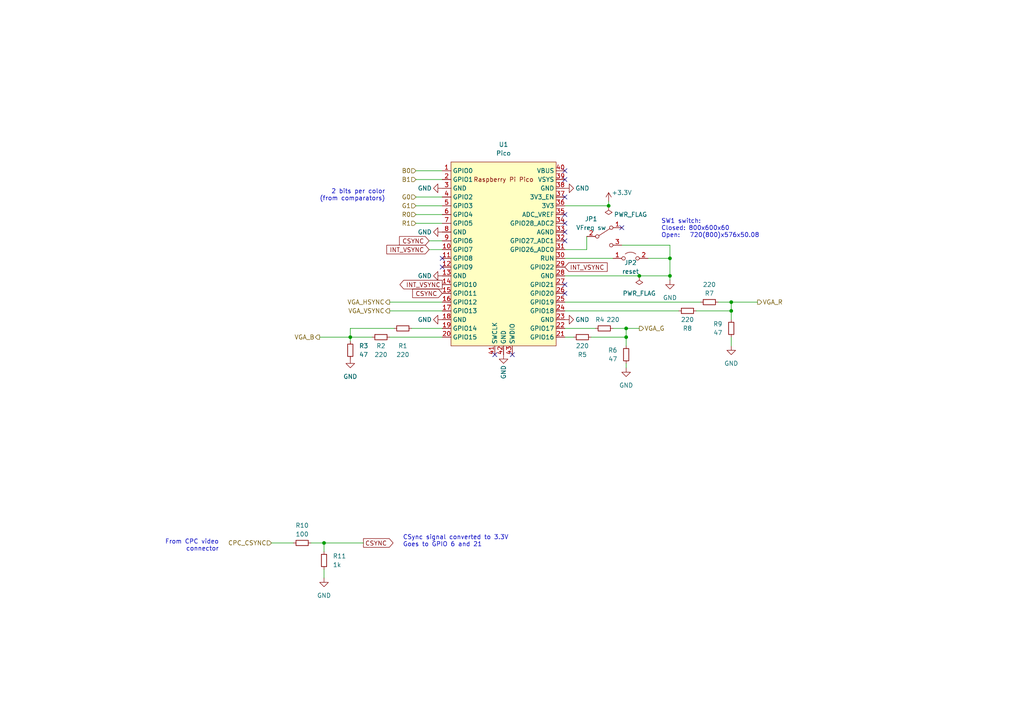
<source format=kicad_sch>
(kicad_sch (version 20230121) (generator eeschema)
  (paper "A4")
  (lib_symbols
    (symbol "Device:R_Small" (pin_numbers hide) (pin_names (offset 0.254) hide)
      (property "Reference" "R" (at 0.762 0.508 0))
      (property "Value" "R_Small" (at 0.762 -1.016 0))
      (symbol "R_Small_0_1"
        (rectangle (start -0.762 1.778) (end 0.762 -1.778) (stroke (width 0.2032)))
      )
      (symbol "R_Small_1_1"
        (pin passive line (at 0 2.54 270) (length 0.762) (name "~") (number "1"))
        (pin passive line (at 0 -2.54 90) (length 0.762) (name "~") (number "2"))
      )
    )
    (symbol "Jumper:Jumper_2_Open" (pin_names (offset 0) hide)
      (property "Reference" "JP" (at 0 2.794 0))
      (property "Value" "Jumper_2_Open" (at 0 -2.286 0))
      (symbol "Jumper_2_Open_0_0"
        (circle (center -2.032 0) (radius 0.508))
        (circle (center 2.032 0) (radius 0.508))
      )
      (symbol "Jumper_2_Open_0_1"
        (arc (start 1.524 1.27) (mid 0 1.778) (end -1.524 1.27))
      )
      (symbol "Jumper_2_Open_1_1"
        (pin passive line (at -5.08 0 0) (length 2.54) (name "A") (number "1"))
        (pin passive line (at 5.08 0 180) (length 2.54) (name "B") (number "2"))
      )
    )
    (symbol "Switch:SW_SPDT" (pin_names (offset 0) hide)
      (property "Reference" "SW" (at 0 4.318 0))
      (property "Value" "SW_SPDT" (at 0 -5.08 0))
      (symbol "SW_SPDT_0_0"
        (circle (center -2.032 0) (radius 0.508))
        (circle (center 2.032 -2.54) (radius 0.508))
      )
      (symbol "SW_SPDT_0_1"
        (polyline (pts (xy -1.524 0.254) (xy 1.651 2.286)))
        (circle (center 2.032 2.54) (radius 0.508))
      )
      (symbol "SW_SPDT_1_1"
        (pin passive line (at 5.08 2.54 180) (length 2.54) (name "A") (number "1"))
        (pin passive line (at -5.08 0 0) (length 2.54) (name "B") (number "2"))
        (pin passive line (at 5.08 -2.54 180) (length 2.54) (name "C") (number "3"))
      )
    )
    (symbol "pico:Pico"
      (property "Reference" "U1" (at 0 31.75 0))
      (property "Value" "Pico" (at 0 29.21 0))
      (symbol "Pico_0_0"
        (text "Raspberry Pi Pico" (at 0 21.59 0) (effects (font (size 1.27 1.27))))
      )
      (symbol "Pico_0_1"
        (rectangle (start -15.24 26.67) (end 15.24 -26.67) (fill (type background)))
      )
      (symbol "Pico_1_1"
        (pin bidirectional line (at -17.78 24.13 0) (length 2.54) (name "GPIO0") (number "1"))
        (pin bidirectional line (at -17.78 1.27 0) (length 2.54) (name "GPIO7") (number "10"))
        (pin bidirectional line (at -17.78 -1.27 0) (length 2.54) (name "GPIO8") (number "11"))
        (pin bidirectional line (at -17.78 -3.81 0) (length 2.54) (name "GPIO9") (number "12"))
        (pin power_in line (at -17.78 -6.35 0) (length 2.54) (name "GND") (number "13"))
        (pin bidirectional line (at -17.78 -8.89 0) (length 2.54) (name "GPIO10") (number "14"))
        (pin bidirectional line (at -17.78 -11.43 0) (length 2.54) (name "GPIO11") (number "15"))
        (pin bidirectional line (at -17.78 -13.97 0) (length 2.54) (name "GPIO12") (number "16"))
        (pin bidirectional line (at -17.78 -16.51 0) (length 2.54) (name "GPIO13") (number "17"))
        (pin power_in line (at -17.78 -19.05 0) (length 2.54) (name "GND") (number "18"))
        (pin bidirectional line (at -17.78 -21.59 0) (length 2.54) (name "GPIO14") (number "19"))
        (pin bidirectional line (at -17.78 21.59 0) (length 2.54) (name "GPIO1") (number "2"))
        (pin bidirectional line (at -17.78 -24.13 0) (length 2.54) (name "GPIO15") (number "20"))
        (pin bidirectional line (at 17.78 -24.13 180) (length 2.54) (name "GPIO16") (number "21"))
        (pin bidirectional line (at 17.78 -21.59 180) (length 2.54) (name "GPIO17") (number "22"))
        (pin power_in line (at 17.78 -19.05 180) (length 2.54) (name "GND") (number "23"))
        (pin bidirectional line (at 17.78 -16.51 180) (length 2.54) (name "GPIO18") (number "24"))
        (pin bidirectional line (at 17.78 -13.97 180) (length 2.54) (name "GPIO19") (number "25"))
        (pin bidirectional line (at 17.78 -11.43 180) (length 2.54) (name "GPIO20") (number "26"))
        (pin bidirectional line (at 17.78 -8.89 180) (length 2.54) (name "GPIO21") (number "27"))
        (pin power_in line (at 17.78 -6.35 180) (length 2.54) (name "GND") (number "28"))
        (pin bidirectional line (at 17.78 -3.81 180) (length 2.54) (name "GPIO22") (number "29"))
        (pin power_in line (at -17.78 19.05 0) (length 2.54) (name "GND") (number "3"))
        (pin input line (at 17.78 -1.27 180) (length 2.54) (name "RUN") (number "30"))
        (pin bidirectional line (at 17.78 1.27 180) (length 2.54) (name "GPIO26_ADC0") (number "31"))
        (pin bidirectional line (at 17.78 3.81 180) (length 2.54) (name "GPIO27_ADC1") (number "32"))
        (pin power_in line (at 17.78 6.35 180) (length 2.54) (name "AGND") (number "33"))
        (pin bidirectional line (at 17.78 8.89 180) (length 2.54) (name "GPIO28_ADC2") (number "34"))
        (pin power_in line (at 17.78 11.43 180) (length 2.54) (name "ADC_VREF") (number "35"))
        (pin power_in line (at 17.78 13.97 180) (length 2.54) (name "3V3") (number "36"))
        (pin input line (at 17.78 16.51 180) (length 2.54) (name "3V3_EN") (number "37"))
        (pin power_in line (at 17.78 19.05 180) (length 2.54) (name "GND") (number "38"))
        (pin power_in line (at 17.78 21.59 180) (length 2.54) (name "VSYS") (number "39"))
        (pin bidirectional line (at -17.78 16.51 0) (length 2.54) (name "GPIO2") (number "4"))
        (pin power_in line (at 17.78 24.13 180) (length 2.54) (name "VBUS") (number "40"))
        (pin input line (at -2.54 -29.21 90) (length 2.54) (name "SWCLK") (number "41"))
        (pin power_in line (at 0 -29.21 90) (length 2.54) (name "GND") (number "42"))
        (pin bidirectional line (at 2.54 -29.21 90) (length 2.54) (name "SWDIO") (number "43"))
        (pin bidirectional line (at -17.78 13.97 0) (length 2.54) (name "GPIO3") (number "5"))
        (pin bidirectional line (at -17.78 11.43 0) (length 2.54) (name "GPIO4") (number "6"))
        (pin bidirectional line (at -17.78 8.89 0) (length 2.54) (name "GPIO5") (number "7"))
        (pin power_in line (at -17.78 6.35 0) (length 2.54) (name "GND") (number "8"))
        (pin bidirectional line (at -17.78 3.81 0) (length 2.54) (name "GPIO6") (number "9"))
      )
    )
    (symbol "power:+3.3V" (power) (pin_names (offset 0))
      (property "Value" "+3.3V" (at 0 3.556 0))
      (symbol "+3.3V_0_1"
        (polyline (pts (xy -0.762 1.27) (xy 0 2.54)))
        (polyline (pts (xy 0 0) (xy 0 2.54)))
        (polyline (pts (xy 0 2.54) (xy 0.762 1.27)))
      )
      (symbol "+3.3V_1_1"
        (pin power_in line (at 0 0 90) (length 0) hide (name "+3.3V") (number "1"))
      )
    )
    (symbol "power:GND" (power) (pin_names (offset 0))
      (property "Value" "GND" (at 0 -3.81 0))
      (symbol "GND_0_1"
        (polyline (pts (xy 0 0) (xy 0 -1.27) (xy 1.27 -1.27) (xy 0 -2.54) (xy -1.27 -1.27) (xy 0 -1.27)))
      )
      (symbol "GND_1_1"
        (pin power_in line (at 0 0 270) (length 0) hide (name "GND") (number "1"))
      )
    )
    (symbol "power:PWR_FLAG" (power) (pin_numbers hide) (pin_names (offset 0) hide)
      (property "Value" "PWR_FLAG" (at 0 3.81 0))
      (symbol "PWR_FLAG_0_0"
        (pin power_out line (at 0 0 90) (length 0) (name "pwr") (number "1"))
      )
      (symbol "PWR_FLAG_0_1"
        (polyline (pts (xy 0 0) (xy 0 1.27) (xy -1.016 1.905) (xy 0 2.54) (xy 1.016 1.905) (xy 0 1.27)))
      )
    )
  )
  (junction (at 93.98 157.48))
  (junction (at 181.61 97.79))
  (junction (at 101.6 97.79))
  (junction (at 176.53 59.69))
  (junction (at 181.61 95.25))
  (junction (at 194.31 80.01))
  (junction (at 212.09 90.17))
  (junction (at 185.42 80.01))
  (junction (at 194.31 74.93))
  (junction (at 212.09 87.63))
  (no_connect (at 163.83 62.23))
  (no_connect (at 163.83 52.07))
  (no_connect (at 128.27 77.47))
  (no_connect (at 143.51 102.87))
  (no_connect (at 163.83 67.31))
  (no_connect (at 163.83 69.85))
  (no_connect (at 163.83 85.09))
  (no_connect (at 163.83 49.53))
  (no_connect (at 148.59 102.87))
  (no_connect (at 163.83 64.77))
  (no_connect (at 163.83 82.55))
  (no_connect (at 180.34 66.04))
  (no_connect (at 163.83 57.15))
  (no_connect (at 128.27 74.93))
  (wire (pts (xy 185.42 95.25) (xy 181.61 95.25)))
  (wire (pts (xy 78.74 157.48) (xy 85.09 157.48)))
  (wire (pts (xy 170.18 68.58) (xy 170.18 72.39)))
  (wire (pts (xy 124.46 69.85) (xy 128.27 69.85)))
  (wire (pts (xy 181.61 97.79) (xy 181.61 100.33)))
  (wire (pts (xy 185.42 80.01) (xy 194.31 80.01)))
  (wire (pts (xy 180.34 71.12) (xy 194.31 71.12)))
  (wire (pts (xy 219.71 87.63) (xy 212.09 87.63)))
  (wire (pts (xy 212.09 90.17) (xy 212.09 87.63)))
  (wire (pts (xy 119.38 95.25) (xy 128.27 95.25)))
  (wire (pts (xy 113.03 90.17) (xy 128.27 90.17)))
  (wire (pts (xy 113.03 87.63) (xy 128.27 87.63)))
  (wire (pts (xy 113.03 97.79) (xy 128.27 97.79)))
  (wire (pts (xy 163.83 90.17) (xy 196.85 90.17)))
  (wire (pts (xy 181.61 97.79) (xy 181.61 95.25)))
  (wire (pts (xy 212.09 87.63) (xy 208.28 87.63)))
  (wire (pts (xy 124.46 72.39) (xy 128.27 72.39)))
  (wire (pts (xy 176.53 59.69) (xy 176.53 58.42)))
  (wire (pts (xy 201.93 90.17) (xy 212.09 90.17)))
  (wire (pts (xy 171.45 97.79) (xy 181.61 97.79)))
  (wire (pts (xy 93.98 157.48) (xy 93.98 160.02)))
  (wire (pts (xy 120.65 57.15) (xy 128.27 57.15)))
  (wire (pts (xy 163.83 74.93) (xy 177.8 74.93)))
  (wire (pts (xy 212.09 90.17) (xy 212.09 92.71)))
  (wire (pts (xy 170.18 72.39) (xy 163.83 72.39)))
  (wire (pts (xy 92.71 97.79) (xy 101.6 97.79)))
  (wire (pts (xy 90.17 157.48) (xy 93.98 157.48)))
  (wire (pts (xy 120.65 49.53) (xy 128.27 49.53)))
  (wire (pts (xy 93.98 165.1) (xy 93.98 167.64)))
  (wire (pts (xy 120.65 64.77) (xy 128.27 64.77)))
  (wire (pts (xy 101.6 95.25) (xy 114.3 95.25)))
  (wire (pts (xy 181.61 95.25) (xy 177.8 95.25)))
  (wire (pts (xy 194.31 74.93) (xy 194.31 80.01)))
  (wire (pts (xy 120.65 62.23) (xy 128.27 62.23)))
  (wire (pts (xy 120.65 52.07) (xy 128.27 52.07)))
  (wire (pts (xy 163.83 80.01) (xy 185.42 80.01)))
  (wire (pts (xy 181.61 105.41) (xy 181.61 106.68)))
  (wire (pts (xy 212.09 97.79) (xy 212.09 100.33)))
  (wire (pts (xy 163.83 87.63) (xy 203.2 87.63)))
  (wire (pts (xy 187.96 74.93) (xy 194.31 74.93)))
  (wire (pts (xy 101.6 97.79) (xy 101.6 95.25)))
  (wire (pts (xy 120.65 59.69) (xy 128.27 59.69)))
  (wire (pts (xy 194.31 71.12) (xy 194.31 74.93)))
  (wire (pts (xy 163.83 97.79) (xy 166.37 97.79)))
  (wire (pts (xy 194.31 80.01) (xy 194.31 81.28)))
  (wire (pts (xy 101.6 99.06) (xy 101.6 97.79)))
  (wire (pts (xy 93.98 157.48) (xy 105.41 157.48)))
  (wire (pts (xy 101.6 97.79) (xy 107.95 97.79)))
  (wire (pts (xy 163.83 95.25) (xy 172.72 95.25)))
  (wire (pts (xy 163.83 59.69) (xy 176.53 59.69)))
  (text "CSync signal converted to 3.3V\nGoes to GPIO 6 and 21" (at 116.84 158.75 0) (effects (font (size 1.27 1.27)) (justify left bottom)))
  (text "SW1 switch:\nClosed: 800x600x60\nOpen:   720(800)x576x50.08\n " (at 191.77 71.12 0) (effects (font (size 1.27 1.27)) (justify left bottom)))
  (text "2 bits per color\n(from comparators)" (at 111.76 58.42 0) (effects (font (size 1.27 1.27)) (justify right bottom)))
  (text "From CPC video\nconnector" (at 63.5 160.02 0) (effects (font (size 1.27 1.27)) (justify right bottom)))
  (global_label "CSYNC" (shape input) (at 128.27 85.09 180) (property "Intersheetrefs" "${INTERSHEET_REFS}" (effects hide)))
  (global_label "CSYNC" (shape output) (at 105.41 157.48 0) (property "Intersheetrefs" "${INTERSHEET_REFS}" (effects hide)))
  (global_label "INT_VSYNC" (shape output) (at 128.27 82.55 180) (property "Intersheetrefs" "${INTERSHEET_REFS}" (effects hide)))
  (global_label "INT_VSYNC" (shape input) (at 163.83 77.47 0) (property "Intersheetrefs" "${INTERSHEET_REFS}" (effects hide)))
  (global_label "CSYNC" (shape input) (at 124.46 69.85 180) (property "Intersheetrefs" "${INTERSHEET_REFS}" (effects hide)))
  (global_label "INT_VSYNC" (shape input) (at 124.46 72.39 180) (property "Intersheetrefs" "${INTERSHEET_REFS}" (effects hide)))
  (hierarchical_label "R1" (shape input) (at 120.65 64.77 180))
  (hierarchical_label "B1" (shape input) (at 120.65 52.07 180))
  (hierarchical_label "G0" (shape input) (at 120.65 57.15 180))
  (hierarchical_label "G1" (shape input) (at 120.65 59.69 180))
  (hierarchical_label "VGA_G" (shape output) (at 185.42 95.25 0))
  (hierarchical_label "VGA_R" (shape output) (at 219.71 87.63 0))
  (hierarchical_label "VGA_B" (shape output) (at 92.71 97.79 180))
  (hierarchical_label "B0" (shape input) (at 120.65 49.53 180))
  (hierarchical_label "VGA_HSYNC" (shape output) (at 113.03 87.63 180))
  (hierarchical_label "CPC_CSYNC" (shape input) (at 78.74 157.48 180))
  (hierarchical_label "R0" (shape input) (at 120.65 62.23 180))
  (hierarchical_label "VGA_VSYNC" (shape output) (at 113.03 90.17 180))
  (symbol (lib_id "Device:R_Small") (at 87.63 157.48 90) (unit 1)
    (property "Reference" "R10" (at 87.63 152.4 90))
    (property "Value" "100" (at 87.63 154.94 90))
    (property "Footprint" "Resistor_THT:R_Axial_DIN0207_L6.3mm_D2.5mm_P10.16mm_Horizontal" (effects hide))
    (instances (project "vga4cpc" (path "" (reference "R10") (unit 1)) (path "" (reference "R4") (unit 1))))
  )
  (symbol (lib_id "power:GND") (at 93.98 167.64 0) (unit 1)
    (property "Reference" "#PWR08" (effects hide))
    (property "Value" "GND" (at 93.98 172.72 0))
    (instances (project "vga4cpc" (path "" (reference "#PWR08") (unit 1)) (path "" (reference "#PWR04") (unit 1))))
  )
  (symbol (lib_id "Device:R_Small") (at 101.6 101.6 0) (unit 1)
    (property "Reference" "R3" (at 104.14 100.33 0) (effects (justify left)))
    (property "Value" "47" (at 104.14 102.87 0) (effects (justify left)))
    (property "Footprint" "Resistor_THT:R_Axial_DIN0207_L6.3mm_D2.5mm_P10.16mm_Horizontal" (effects hide))
  )
  (symbol (lib_id "power:GND") (at 163.83 92.71 90) (unit 1)
    (property "Reference" "#PWR01" (effects hide))
    (property "Value" "GND" (at 168.91 92.71 90))
    (instances (project "vga4cpc" (path "" (reference "#PWR01") (unit 1)) (path "" (reference "#PWR030") (unit 1))))
  )
  (symbol (lib_id "Device:R_Small") (at 93.98 162.56 0) (unit 1)
    (property "Reference" "R11" (at 96.52 161.29 0) (effects (justify left)))
    (property "Value" "1k" (at 96.52 163.83 0) (effects (justify left)))
    (property "Footprint" "Resistor_THT:R_Axial_DIN0207_L6.3mm_D2.5mm_P10.16mm_Horizontal" (effects hide))
    (instances (project "vga4cpc" (path "" (reference "R11") (unit 1)) (path "" (reference "R5") (unit 1))))
  )
  (symbol (lib_id "pico:Pico") (at 146.05 73.66 0) (unit 1)
    (property "Reference" "U1" (at 146.05 41.91 0))
    (property "Value" "Pico" (at 146.05 44.45 0))
    (property "Footprint" "pico:RPi_Pico_SMD_TH" (effects hide))
  )
  (symbol (lib_id "Jumper:Jumper_2_Open") (at 182.88 74.93 0) (unit 1)
    (property "Reference" "JP2" (at 182.88 76.2 0))
    (property "Value" "reset" (at 182.88 78.74 0))
    (property "Footprint" "Button_Switch_THT:SW_Tactile_SPST_Angled_PTS645Vx31-2LFS" (effects hide))
    (instances (project "vga4cpc" (path "" (reference "JP2") (unit 1)) (path "" (reference "SW2") (unit 1))))
  )
  (symbol (lib_id "power:GND") (at 101.6 104.14 0) (unit 1)
    (property "Reference" "#PWR07" (effects hide))
    (property "Value" "GND" (at 101.6 109.22 0))
    (instances (project "vga4cpc" (path "" (reference "#PWR07") (unit 1)) (path "" (reference "#PWR03") (unit 1))))
  )
  (symbol (lib_id "power:GND") (at 128.27 54.61 270) (mirror x) (unit 1)
    (property "Reference" "#PWR01" (effects hide))
    (property "Value" "GND" (at 123.19 54.61 90))
    (instances (project "vga4cpc" (path "" (reference "#PWR01") (unit 1)) (path "" (reference "#PWR033") (unit 1))))
  )
  (symbol (lib_id "Device:R_Small") (at 175.26 95.25 90) (unit 1)
    (property "Reference" "R4" (at 173.99 92.71 90))
    (property "Value" "220" (at 177.8 92.71 90))
    (property "Footprint" "Resistor_THT:R_Axial_DIN0207_L6.3mm_D2.5mm_P10.16mm_Horizontal" (effects hide))
    (instances (project "vga4cpc" (path "" (reference "R4") (unit 1)) (path "" (reference "R7") (unit 1))))
  )
  (symbol (lib_id "power:GND") (at 128.27 67.31 270) (mirror x) (unit 1)
    (property "Reference" "#PWR01" (effects hide))
    (property "Value" "GND" (at 123.19 67.31 90))
    (instances (project "vga4cpc" (path "" (reference "#PWR01") (unit 1)) (path "" (reference "#PWR032") (unit 1))))
  )
  (symbol (lib_id "power:GND") (at 194.31 81.28 0) (unit 1)
    (property "Reference" "#PWR03" (effects hide))
    (property "Value" "GND" (at 194.31 86.36 0))
    (instances (project "vga4cpc" (path "" (reference "#PWR03") (unit 1)) (path "" (reference "#PWR07") (unit 1))))
  )
  (symbol (lib_id "power:GND") (at 146.05 102.87 0) (unit 1)
    (property "Reference" "#PWR01" (effects hide))
    (property "Value" "GND" (at 146.05 107.95 90))
    (instances (project "vga4cpc" (path "" (reference "#PWR01") (unit 1)) (path "" (reference "#PWR034") (unit 1))))
  )
  (symbol (lib_id "power:GND") (at 128.27 80.01 270) (mirror x) (unit 1)
    (property "Reference" "#PWR01" (effects hide))
    (property "Value" "GND" (at 123.19 80.01 90))
    (instances (project "vga4cpc" (path "" (reference "#PWR01") (unit 1)) (path "" (reference "#PWR035") (unit 1))))
  )
  (symbol (lib_id "power:PWR_FLAG") (at 176.53 59.69 180) (unit 1)
    (property "Reference" "#FLG01" (effects hide))
    (property "Value" "PWR_FLAG" (at 182.88 62.23 0))
  )
  (symbol (lib_id "power:GND") (at 128.27 92.71 270) (mirror x) (unit 1)
    (property "Reference" "#PWR01" (effects hide))
    (property "Value" "GND" (at 123.19 92.71 90))
    (instances (project "vga4cpc" (path "" (reference "#PWR01") (unit 1)) (path "" (reference "#PWR031") (unit 1))))
  )
  (symbol (lib_id "Device:R_Small") (at 212.09 95.25 0) (mirror y) (unit 1)
    (property "Reference" "R9" (at 209.55 93.98 0) (effects (justify left)))
    (property "Value" "47" (at 209.55 96.52 0) (effects (justify left)))
    (property "Footprint" "Resistor_THT:R_Axial_DIN0207_L6.3mm_D2.5mm_P10.16mm_Horizontal" (effects hide))
    (instances (project "vga4cpc" (path "" (reference "R9") (unit 1)) (path "" (reference "R1") (unit 1))))
  )
  (symbol (lib_id "Device:R_Small") (at 110.49 97.79 270) (unit 1)
    (property "Reference" "R2" (at 110.49 100.33 90))
    (property "Value" "220" (at 110.49 102.87 90))
    (property "Footprint" "Resistor_THT:R_Axial_DIN0207_L6.3mm_D2.5mm_P10.16mm_Horizontal" (effects hide))
    (instances (project "vga4cpc" (path "" (reference "R2") (unit 1)) (path "" (reference "R6") (unit 1))))
  )
  (symbol (lib_id "power:GND") (at 212.09 100.33 0) (mirror y) (unit 1)
    (property "Reference" "#PWR05" (effects hide))
    (property "Value" "GND" (at 212.09 105.41 0))
    (instances (project "vga4cpc" (path "" (reference "#PWR05") (unit 1)) (path "" (reference "#PWR01") (unit 1))))
  )
  (symbol (lib_id "power:GND") (at 181.61 106.68 0) (mirror y) (unit 1)
    (property "Reference" "#PWR06" (effects hide))
    (property "Value" "GND" (at 181.61 111.76 0))
    (instances (project "vga4cpc" (path "" (reference "#PWR06") (unit 1)) (path "" (reference "#PWR02") (unit 1))))
  )
  (symbol (lib_id "Device:R_Small") (at 116.84 95.25 270) (unit 1)
    (property "Reference" "R1" (at 116.84 100.33 90))
    (property "Value" "220" (at 116.84 102.87 90))
    (property "Footprint" "Resistor_THT:R_Axial_DIN0207_L6.3mm_D2.5mm_P10.16mm_Horizontal" (effects hide))
    (instances (project "vga4cpc" (path "" (reference "R1") (unit 1)) (path "" (reference "R9") (unit 1))))
  )
  (symbol (lib_id "Device:R_Small") (at 181.61 102.87 0) (mirror y) (unit 1)
    (property "Reference" "R6" (at 179.07 101.6 0) (effects (justify left)))
    (property "Value" "47" (at 179.07 104.14 0) (effects (justify left)))
    (property "Footprint" "Resistor_THT:R_Axial_DIN0207_L6.3mm_D2.5mm_P10.16mm_Horizontal" (effects hide))
    (instances (project "vga4cpc" (path "" (reference "R6") (unit 1)) (path "" (reference "R2") (unit 1))))
  )
  (symbol (lib_id "power:+3.3V") (at 176.53 58.42 0) (unit 1)
    (property "Reference" "#PWR02" (effects hide))
    (property "Value" "+3.3V" (at 180.34 55.88 0))
    (instances (project "vga4cpc" (path "" (reference "#PWR02") (unit 1)) (path "" (reference "#PWR06") (unit 1))))
  )
  (symbol (lib_id "power:GND") (at 163.83 54.61 90) (unit 1)
    (property "Reference" "#PWR01" (effects hide))
    (property "Value" "GND" (at 168.91 54.61 90))
    (instances (project "vga4cpc" (path "" (reference "#PWR01") (unit 1)) (path "" (reference "#PWR05") (unit 1))))
  )
  (symbol (lib_id "Device:R_Small") (at 205.74 87.63 90) (unit 1)
    (property "Reference" "R7" (at 205.74 85.09 90))
    (property "Value" "220" (at 205.74 82.55 90))
    (property "Footprint" "Resistor_THT:R_Axial_DIN0207_L6.3mm_D2.5mm_P10.16mm_Horizontal" (effects hide))
    (instances (project "vga4cpc" (path "" (reference "R7") (unit 1)) (path "" (reference "R8") (unit 1))))
  )
  (symbol (lib_id "Device:R_Small") (at 199.39 90.17 90) (unit 1)
    (property "Reference" "R8" (at 199.39 95.25 90))
    (property "Value" "220" (at 199.39 92.71 90))
    (property "Footprint" "Resistor_THT:R_Axial_DIN0207_L6.3mm_D2.5mm_P10.16mm_Horizontal" (effects hide))
    (instances (project "vga4cpc" (path "" (reference "R8") (unit 1)) (path "" (reference "R11") (unit 1))))
  )
  (symbol (lib_id "Device:R_Small") (at 168.91 97.79 90) (unit 1)
    (property "Reference" "R5" (at 168.91 102.87 90))
    (property "Value" "220" (at 168.91 100.33 90))
    (property "Footprint" "Resistor_THT:R_Axial_DIN0207_L6.3mm_D2.5mm_P10.16mm_Horizontal" (effects hide))
    (instances (project "vga4cpc" (path "" (reference "R5") (unit 1)) (path "" (reference "R10") (unit 1))))
  )
  (symbol (lib_id "Switch:SW_SPDT") (at 175.26 68.58 0) (unit 1)
    (property "Reference" "JP1" (at 171.45 63.5 0))
    (property "Value" "VFreq sw" (at 171.45 66.04 0))
    (property "Footprint" "Button_Switch_THT:SW_CuK_OS102011MA1QN1_SPDT_Angled" (effects hide))
    (instances (project "vga4cpc" (path "" (reference "JP1") (unit 1)) (path "" (reference "SW1") (unit 1))))
  )
  (symbol (lib_id "power:PWR_FLAG") (at 185.42 80.01 180) (unit 1)
    (property "Reference" "#FLG02" (effects hide))
    (property "Value" "PWR_FLAG" (at 185.42 85.09 0))
  )
)
</source>
